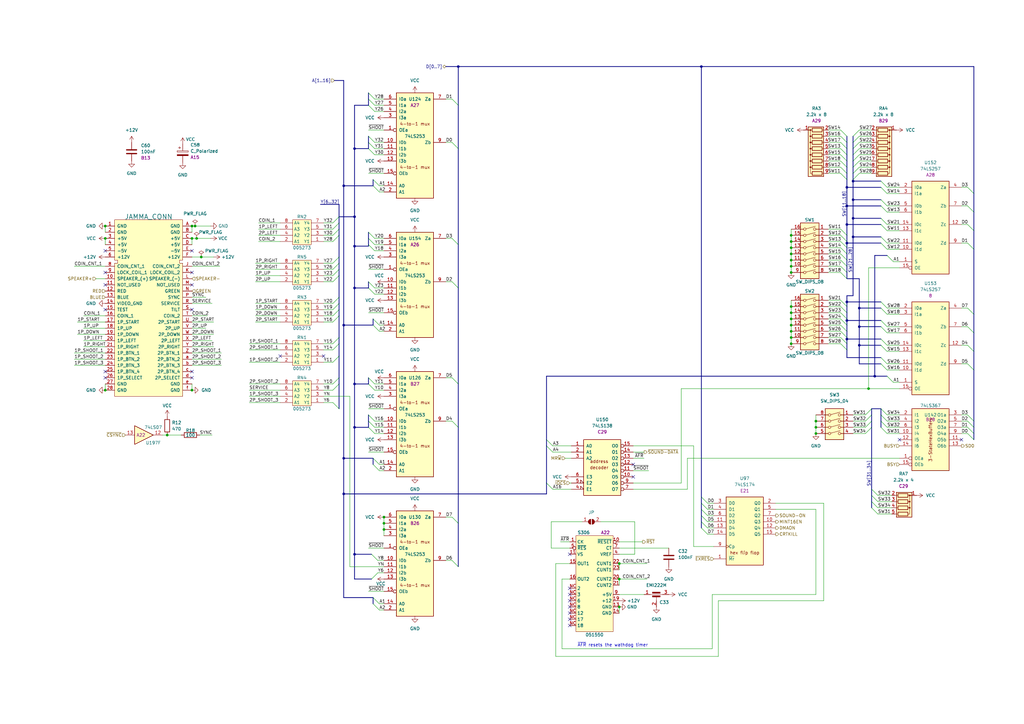
<source format=kicad_sch>
(kicad_sch (version 20231120) (generator "eeschema") (generator_version "8.0")
  (paper "A3")
  (title_block (title "The Final Round") (date "2023-09-11") (company "Konami GX870"))
  (junction (at 254 248.92))
  (junction (at 334.645 177.8))
  (junction (at 140.97 187.96))
  (junction (at 324.485 138.43))
  (junction (at 324.485 99.06))
  (junction (at 145.415 175.26))
  (junction (at 78.74 97.79))
  (junction (at 157.48 212.09))
  (junction (at 324.485 111.76))
  (junction (at 324.485 135.89))
  (junction (at 43.18 92.71))
  (junction (at 140.97 202.565))
  (junction (at 145.415 60.96))
  (junction (at 140.97 76.2))
  (junction (at 349.885 81.915))
  (junction (at 187.96 27.305))
  (junction (at 324.485 128.27))
  (junction (at 324.485 104.14))
  (junction (at 157.48 214.63))
  (junction (at 80.01 92.71))
  (junction (at 145.415 88.9))
  (junction (at 356.235 159.385))
  (junction (at 347.345 99.695))
  (junction (at 324.485 133.35))
  (junction (at 68.58 178.435))
  (junction (at 157.48 217.17))
  (junction (at 334.645 172.72))
  (junction (at 347.345 92.075))
  (junction (at 145.415 118.11))
  (junction (at 347.345 84.455))
  (junction (at 82.55 105.41))
  (junction (at 43.18 97.79))
  (junction (at 43.18 160.02))
  (junction (at 145.415 157.48))
  (junction (at 324.485 106.68))
  (junction (at 347.345 139.065))
  (junction (at 347.345 76.835))
  (junction (at 349.885 89.535))
  (junction (at 349.885 74.295))
  (junction (at 254 231.14))
  (junction (at 324.485 101.6))
  (junction (at 352.425 141.605))
  (junction (at 80.645 97.79))
  (junction (at 352.425 126.365))
  (junction (at 349.885 97.155))
  (junction (at 254 237.49))
  (junction (at 324.485 140.97))
  (junction (at 287.655 27.305))
  (junction (at 324.485 125.73))
  (junction (at 324.485 109.22))
  (junction (at 145.415 100.965))
  (junction (at 334.645 175.26))
  (junction (at 324.485 96.52))
  (junction (at 145.415 227.33))
  (junction (at 78.74 160.02))
  (junction (at 347.345 123.825))
  (junction (at 352.425 133.985))
  (junction (at 78.74 92.71))
  (junction (at 358.775 154.305))
  (junction (at 324.485 130.81))
  (junction (at 347.345 131.445))
  (junction (at 140.97 133.35))
  (no_connect (at 43.18 116.84))
  (no_connect (at 233.68 246.38))
  (no_connect (at 78.74 116.84))
  (no_connect (at 233.68 251.46))
  (no_connect (at 233.68 256.54))
  (no_connect (at 43.18 152.4))
  (no_connect (at 43.18 154.94))
  (no_connect (at 78.74 152.4))
  (no_connect (at 78.74 154.94))
  (no_connect (at 43.18 127))
  (no_connect (at 132.715 146.05))
  (no_connect (at 233.68 254))
  (no_connect (at 78.74 127))
  (no_connect (at 233.68 243.84))
  (no_connect (at 78.74 102.87))
  (no_connect (at 114.935 146.05))
  (no_connect (at 259.715 190.5))
  (no_connect (at 259.715 195.58))
  (no_connect (at 78.74 111.76))
  (no_connect (at 394.335 180.34))
  (no_connect (at 43.18 111.76))
  (no_connect (at 233.68 248.92))
  (no_connect (at 233.68 227.33))
  (no_connect (at 368.935 180.34))
  (no_connect (at 43.18 102.87))
  (no_connect (at 233.68 241.3))
  (bus_entry (at 153.035 76.2) (size 2.54 2.54))
  (bus_entry (at 344.805 123.19) (size 2.54 2.54))
  (bus_entry (at 287.655 211.455) (size 2.54 2.54))
  (bus_entry (at 344.805 138.43) (size 2.54 2.54))
  (bus_entry (at 361.315 99.695) (size 2.54 2.54))
  (bus_entry (at 361.315 172.72) (size 2.54 2.54))
  (bus_entry (at 396.875 149.225) (size 2.54 2.54))
  (bus_entry (at 344.805 140.97) (size 2.54 2.54))
  (bus_entry (at 151.13 40.64) (size 2.54 2.54))
  (bus_entry (at 344.805 99.06) (size 2.54 2.54))
  (bus_entry (at 361.315 141.605) (size 2.54 2.54))
  (bus_entry (at 344.805 135.89) (size 2.54 2.54))
  (bus_entry (at 344.805 93.98) (size 2.54 2.54))
  (bus_entry (at 396.875 177.8) (size 2.54 2.54))
  (bus_entry (at 224.155 198.12) (size 2.54 2.54))
  (bus_entry (at 344.805 104.14) (size 2.54 2.54))
  (bus_entry (at 139.065 157.48) (size -2.54 2.54))
  (bus_entry (at 151.13 170.18) (size 2.54 2.54))
  (bus_entry (at 139.065 107.95) (size -2.54 2.54))
  (bus_entry (at 357.505 203.2) (size 2.54 2.54))
  (bus_entry (at 361.315 81.915) (size 2.54 2.54))
  (bus_entry (at 361.315 84.455) (size 2.54 2.54))
  (bus_entry (at 361.315 76.835) (size 2.54 2.54))
  (bus_entry (at 153.035 133.35) (size 2.54 2.54))
  (bus_entry (at 139.065 93.98) (size -2.54 2.54))
  (bus_entry (at 344.805 71.12) (size 2.54 2.54))
  (bus_entry (at 139.065 91.44) (size -2.54 2.54))
  (bus_entry (at 361.315 123.825) (size 2.54 2.54))
  (bus_entry (at 344.805 101.6) (size 2.54 2.54))
  (bus_entry (at 349.885 68.58) (size 2.54 -2.54))
  (bus_entry (at 344.805 96.52) (size 2.54 2.54))
  (bus_entry (at 344.805 111.76) (size 2.54 2.54))
  (bus_entry (at 151.13 58.42) (size 2.54 2.54))
  (bus_entry (at 151.13 157.48) (size 2.54 2.54))
  (bus_entry (at 287.655 208.915) (size 2.54 2.54))
  (bus_entry (at 396.875 170.18) (size 2.54 2.54))
  (bus_entry (at 153.035 130.81) (size 2.54 2.54))
  (bus_entry (at 151.13 115.57) (size 2.54 2.54))
  (bus_entry (at 354.965 177.8) (size 2.54 -2.54))
  (bus_entry (at 349.885 58.42) (size 2.54 -2.54))
  (bus_entry (at 344.805 68.58) (size 2.54 2.54))
  (bus_entry (at 361.315 97.155) (size 2.54 2.54))
  (bus_entry (at 361.315 149.225) (size 2.54 2.54))
  (bus_entry (at 139.065 124.46) (size -2.54 2.54))
  (bus_entry (at 361.315 167.64) (size 2.54 2.54))
  (bus_entry (at 361.315 139.065) (size 2.54 2.54))
  (bus_entry (at 151.13 43.18) (size 2.54 2.54))
  (bus_entry (at 185.42 40.64) (size 2.54 2.54))
  (bus_entry (at 185.42 58.42) (size 2.54 2.54))
  (bus_entry (at 185.42 154.94) (size 2.54 2.54))
  (bus_entry (at 185.42 97.79) (size 2.54 2.54))
  (bus_entry (at 344.805 60.96) (size 2.54 2.54))
  (bus_entry (at 344.805 133.35) (size 2.54 2.54))
  (bus_entry (at 396.875 126.365) (size 2.54 2.54))
  (bus_entry (at 153.035 187.96) (size 2.54 2.54))
  (bus_entry (at 151.13 97.79) (size 2.54 2.54))
  (bus_entry (at 139.065 129.54) (size -2.54 2.54))
  (bus_entry (at 344.805 55.88) (size 2.54 2.54))
  (bus_entry (at 139.065 113.03) (size -2.54 2.54))
  (bus_entry (at 344.805 130.81) (size 2.54 2.54))
  (bus_entry (at 185.42 172.72) (size 2.54 2.54))
  (bus_entry (at 344.805 125.73) (size 2.54 2.54))
  (bus_entry (at 361.315 175.26) (size 2.54 2.54))
  (bus_entry (at 354.965 172.72) (size 2.54 -2.54))
  (bus_entry (at 361.315 74.295) (size 2.54 2.54))
  (bus_entry (at 357.505 208.28) (size 2.54 2.54))
  (bus_entry (at 349.885 66.04) (size 2.54 -2.54))
  (bus_entry (at 151.13 60.96) (size 2.54 2.54))
  (bus_entry (at 349.885 60.96) (size 2.54 -2.54))
  (bus_entry (at 224.155 182.88) (size 2.54 2.54))
  (bus_entry (at 361.315 131.445) (size 2.54 2.54))
  (bus_entry (at 396.875 175.26) (size 2.54 2.54))
  (bus_entry (at 349.885 71.12) (size 2.54 -2.54))
  (bus_entry (at 139.065 105.41) (size -2.54 2.54))
  (bus_entry (at 151.13 118.11) (size 2.54 2.54))
  (bus_entry (at 151.13 175.26) (size 2.54 2.54))
  (bus_entry (at 357.505 200.66) (size 2.54 2.54))
  (bus_entry (at 151.13 154.94) (size 2.54 2.54))
  (bus_entry (at 361.315 146.685) (size 2.54 2.54))
  (bus_entry (at 139.065 140.97) (size -2.54 2.54))
  (bus_entry (at 139.065 88.9) (size -2.54 2.54))
  (bus_entry (at 152.4 227.33) (size 2.54 2.54))
  (bus_entry (at 396.875 92.075) (size 2.54 2.54))
  (bus_entry (at 396.875 99.695) (size 2.54 2.54))
  (bus_entry (at 396.875 76.835) (size 2.54 2.54))
  (bus_entry (at 396.875 84.455) (size 2.54 2.54))
  (bus_entry (at 185.42 115.57) (size 2.54 2.54))
  (bus_entry (at 344.805 63.5) (size 2.54 2.54))
  (bus_entry (at 139.065 110.49) (size -2.54 2.54))
  (bus_entry (at 344.805 58.42) (size 2.54 2.54))
  (bus_entry (at 185.42 212.09) (size 2.54 2.54))
  (bus_entry (at 396.875 133.985) (size 2.54 2.54))
  (bus_entry (at 153.035 73.66) (size 2.54 2.54))
  (bus_entry (at 287.655 206.375) (size 2.54 2.54))
  (bus_entry (at 361.315 133.985) (size 2.54 2.54))
  (bus_entry (at 151.13 100.33) (size 2.54 2.54))
  (bus_entry (at 152.4 237.49) (size 2.54 -2.54))
  (bus_entry (at 139.065 127) (size -2.54 2.54))
  (bus_entry (at 354.965 175.26) (size 2.54 -2.54))
  (bus_entry (at 344.805 109.22) (size 2.54 2.54))
  (bus_entry (at 151.13 55.88) (size 2.54 2.54))
  (bus_entry (at 287.655 213.995) (size 2.54 2.54))
  (bus_entry (at 287.655 216.535) (size 2.54 2.54))
  (bus_entry (at 139.065 96.52) (size -2.54 2.54))
  (bus_entry (at 151.13 172.72) (size 2.54 2.54))
  (bus_entry (at 361.315 170.18) (size 2.54 2.54))
  (bus_entry (at 349.885 63.5) (size 2.54 -2.54))
  (bus_entry (at 139.065 121.92) (size -2.54 2.54))
  (bus_entry (at 151.13 38.1) (size 2.54 2.54))
  (bus_entry (at 396.875 172.72) (size 2.54 2.54))
  (bus_entry (at 139.065 154.94) (size -2.54 2.54))
  (bus_entry (at 344.805 128.27) (size 2.54 2.54))
  (bus_entry (at 354.965 170.18) (size 2.54 -2.54))
  (bus_entry (at 396.875 141.605) (size 2.54 2.54))
  (bus_entry (at 357.505 205.74) (size 2.54 2.54))
  (bus_entry (at 344.805 106.68) (size 2.54 2.54))
  (bus_entry (at 361.315 126.365) (size 2.54 2.54))
  (bus_entry (at 349.885 73.66) (size 2.54 -2.54))
  (bus_entry (at 153.035 190.5) (size 2.54 2.54))
  (bus_entry (at 344.805 66.04) (size 2.54 2.54))
  (bus_entry (at 153.035 245.11) (size 2.54 2.54))
  (bus_entry (at 153.035 247.65) (size 2.54 2.54))
  (bus_entry (at 349.885 55.88) (size 2.54 -2.54))
  (bus_entry (at 344.805 53.34) (size 2.54 2.54))
  (bus_entry (at 185.42 229.87) (size 2.54 2.54))
  (bus_entry (at 139.065 167.64) (size -2.54 -2.54))
  (bus_entry (at 287.655 203.835) (size 2.54 2.54))
  (bus_entry (at 224.155 180.34) (size 2.54 2.54))
  (bus_entry (at 139.065 146.05) (size -2.54 2.54))
  (bus_entry (at 151.13 95.25) (size 2.54 2.54))
  (bus_entry (at 139.065 138.43) (size -2.54 2.54))
  (bus_entry (at 363.855 104.775) (size 2.54 2.54))
  (bus_entry (at 363.855 154.305) (size 2.54 2.54))
  (bus_entry (at 361.315 92.075) (size 2.54 2.54))
  (bus_entry (at 361.315 89.535) (size 2.54 2.54))
  (bus (pts (xy 187.96 214.63) (xy 187.96 175.26)))
  (wire (pts (xy 153.67 97.79) (xy 157.48 97.79)))
  (bus (pts (xy 153.035 190.5) (xy 153.035 187.96)))
  (wire (pts (xy 226.695 200.66) (xy 234.315 200.66)))
  (wire (pts (xy 230.505 237.49) (xy 233.68 237.49)))
  (wire (pts (xy 360.045 205.74) (xy 365.76 205.74)))
  (wire (pts (xy 281.94 187.96) (xy 368.935 187.96)))
  (wire (pts (xy 143.51 232.41) (xy 157.48 232.41)))
  (wire (pts (xy 260.35 227.33) (xy 260.35 213.995)))
  (bus (pts (xy 347.345 121.285) (xy 349.885 121.285)))
  (bus (pts (xy 137.16 33.02) (xy 140.97 33.02)))
  (wire (pts (xy 324.485 133.35) (xy 324.485 135.89)))
  (bus (pts (xy 145.415 157.48) (xy 145.415 175.26)))
  (wire (pts (xy 132.715 157.48) (xy 136.525 157.48)))
  (bus (pts (xy 139.065 138.43) (xy 139.065 140.97)))
  (wire (pts (xy 368.935 109.855) (xy 356.235 109.855)))
  (wire (pts (xy 153.67 63.5) (xy 157.48 63.5)))
  (wire (pts (xy 34.29 129.54) (xy 43.18 129.54)))
  (bus (pts (xy 349.885 55.88) (xy 349.885 58.42)))
  (bus (pts (xy 153.035 247.65) (xy 153.035 245.11)))
  (bus (pts (xy 224.155 180.34) (xy 224.155 154.305)))
  (wire (pts (xy 227.965 269.24) (xy 294.64 269.24)))
  (bus (pts (xy 187.96 100.33) (xy 187.96 60.96)))
  (bus (pts (xy 153.035 245.11) (xy 140.97 245.11)))
  (bus (pts (xy 140.97 133.35) (xy 140.97 76.2)))
  (wire (pts (xy 290.195 219.075) (xy 292.735 219.075)))
  (bus (pts (xy 139.065 157.48) (xy 139.065 167.64)))
  (wire (pts (xy 352.425 55.88) (xy 357.505 55.88)))
  (wire (pts (xy 66.675 178.435) (xy 68.58 178.435)))
  (wire (pts (xy 294.64 269.24) (xy 294.64 246.38)))
  (bus (pts (xy 357.505 205.74) (xy 357.505 208.28)))
  (bus (pts (xy 357.505 172.72) (xy 357.505 170.18)))
  (bus (pts (xy 139.065 129.54) (xy 139.065 138.43)))
  (bus (pts (xy 140.97 133.35) (xy 153.035 133.35)))
  (wire (pts (xy 155.575 133.35) (xy 157.48 133.35)))
  (wire (pts (xy 132.715 110.49) (xy 136.525 110.49)))
  (wire (pts (xy 227.965 231.14) (xy 233.68 231.14)))
  (bus (pts (xy 187.96 232.41) (xy 187.96 214.63)))
  (bus (pts (xy 151.13 60.96) (xy 145.415 60.96)))
  (bus (pts (xy 399.415 172.72) (xy 399.415 151.765)))
  (wire (pts (xy 132.715 107.95) (xy 136.525 107.95)))
  (bus (pts (xy 139.065 91.44) (xy 139.065 93.98)))
  (wire (pts (xy 284.48 224.155) (xy 292.735 224.155)))
  (wire (pts (xy 151.13 185.42) (xy 157.48 185.42)))
  (bus (pts (xy 349.885 89.535) (xy 361.315 89.535)))
  (wire (pts (xy 132.715 96.52) (xy 136.525 96.52)))
  (wire (pts (xy 151.13 71.12) (xy 157.48 71.12)))
  (wire (pts (xy 78.74 132.08) (xy 87.63 132.08)))
  (wire (pts (xy 104.775 124.46) (xy 114.935 124.46)))
  (wire (pts (xy 360.045 210.82) (xy 365.76 210.82)))
  (bus (pts (xy 352.425 114.3) (xy 352.425 126.365)))
  (wire (pts (xy 132.715 162.56) (xy 143.51 162.56)))
  (bus (pts (xy 287.655 203.835) (xy 287.655 206.375)))
  (wire (pts (xy 81.915 178.435) (xy 86.995 178.435)))
  (bus (pts (xy 399.415 27.305) (xy 399.415 79.375)))
  (wire (pts (xy 259.715 200.66) (xy 281.94 200.66)))
  (wire (pts (xy 182.88 212.09) (xy 185.42 212.09)))
  (wire (pts (xy 254 248.92) (xy 254 251.46)))
  (wire (pts (xy 30.48 149.86) (xy 43.18 149.86)))
  (bus (pts (xy 349.885 63.5) (xy 349.885 66.04)))
  (wire (pts (xy 153.67 160.02) (xy 157.48 160.02)))
  (bus (pts (xy 349.885 97.155) (xy 361.315 97.155)))
  (wire (pts (xy 226.06 224.79) (xy 233.68 224.79)))
  (bus (pts (xy 361.315 170.18) (xy 361.315 172.72)))
  (bus (pts (xy 139.065 127) (xy 139.065 129.54)))
  (wire (pts (xy 254 224.79) (xy 274.32 224.79)))
  (wire (pts (xy 104.775 129.54) (xy 114.935 129.54)))
  (wire (pts (xy 360.045 203.2) (xy 365.76 203.2)))
  (wire (pts (xy 337.82 206.375) (xy 337.82 246.38)))
  (wire (pts (xy 157.48 214.63) (xy 157.48 217.17)))
  (bus (pts (xy 140.97 76.2) (xy 153.035 76.2)))
  (wire (pts (xy 151.13 128.27) (xy 157.48 128.27)))
  (bus (pts (xy 349.885 71.12) (xy 349.885 73.66)))
  (wire (pts (xy 363.855 84.455) (xy 368.935 84.455)))
  (wire (pts (xy 102.235 162.56) (xy 114.935 162.56)))
  (bus (pts (xy 347.345 68.58) (xy 347.345 71.12)))
  (bus (pts (xy 347.345 123.825) (xy 361.315 123.825)))
  (bus (pts (xy 352.425 126.365) (xy 352.425 133.985)))
  (wire (pts (xy 356.235 109.855) (xy 356.235 159.385)))
  (bus (pts (xy 347.345 99.695) (xy 347.345 101.6)))
  (bus (pts (xy 347.345 125.73) (xy 347.345 123.825)))
  (wire (pts (xy 259.715 193.04) (xy 266.065 193.04)))
  (wire (pts (xy 339.725 135.89) (xy 344.805 135.89)))
  (wire (pts (xy 143.51 232.41) (xy 143.51 162.56)))
  (bus (pts (xy 357.505 175.26) (xy 357.505 200.66)))
  (bus (pts (xy 347.345 92.075) (xy 347.345 96.52)))
  (wire (pts (xy 102.235 143.51) (xy 114.935 143.51)))
  (wire (pts (xy 352.425 71.12) (xy 357.505 71.12)))
  (wire (pts (xy 344.805 66.04) (xy 339.725 66.04)))
  (wire (pts (xy 339.725 140.97) (xy 344.805 140.97)))
  (bus (pts (xy 347.345 138.43) (xy 347.345 135.89)))
  (bus (pts (xy 357.505 170.18) (xy 357.505 167.64)))
  (wire (pts (xy 290.195 211.455) (xy 292.735 211.455)))
  (wire (pts (xy 324.485 99.06) (xy 324.485 101.6)))
  (wire (pts (xy 363.855 102.235) (xy 368.935 102.235)))
  (wire (pts (xy 106.045 99.06) (xy 114.935 99.06)))
  (wire (pts (xy 78.74 144.78) (xy 90.805 144.78)))
  (bus (pts (xy 153.035 187.96) (xy 140.97 187.96)))
  (wire (pts (xy 349.885 175.26) (xy 354.965 175.26)))
  (wire (pts (xy 226.06 213.995) (xy 238.76 213.995)))
  (bus (pts (xy 399.415 136.525) (xy 399.415 128.905)))
  (bus (pts (xy 399.415 144.145) (xy 399.415 136.525)))
  (wire (pts (xy 339.725 125.73) (xy 344.805 125.73)))
  (bus (pts (xy 140.97 76.2) (xy 140.97 33.02)))
  (wire (pts (xy 324.485 101.6) (xy 324.485 104.14)))
  (wire (pts (xy 153.67 175.26) (xy 157.48 175.26)))
  (bus (pts (xy 352.425 149.225) (xy 361.315 149.225)))
  (wire (pts (xy 153.67 177.8) (xy 157.48 177.8)))
  (bus (pts (xy 347.345 130.81) (xy 347.345 128.27)))
  (bus (pts (xy 347.345 92.075) (xy 361.315 92.075)))
  (bus (pts (xy 352.425 133.985) (xy 352.425 141.605)))
  (wire (pts (xy 78.74 157.48) (xy 78.74 160.02)))
  (wire (pts (xy 363.855 86.995) (xy 368.935 86.995)))
  (bus (pts (xy 187.96 60.96) (xy 187.96 43.18)))
  (bus (pts (xy 151.13 100.965) (xy 145.415 100.965)))
  (wire (pts (xy 290.195 208.915) (xy 292.735 208.915)))
  (wire (pts (xy 230.505 266.065) (xy 292.1 266.065)))
  (wire (pts (xy 363.855 126.365) (xy 368.935 126.365)))
  (wire (pts (xy 344.805 109.22) (xy 339.725 109.22)))
  (wire (pts (xy 102.235 160.02) (xy 114.935 160.02)))
  (wire (pts (xy 339.725 128.27) (xy 344.805 128.27)))
  (wire (pts (xy 279.4 159.385) (xy 356.235 159.385)))
  (wire (pts (xy 153.67 58.42) (xy 157.48 58.42)))
  (bus (pts (xy 347.345 58.42) (xy 347.345 60.96)))
  (bus (pts (xy 347.345 131.445) (xy 361.315 131.445)))
  (wire (pts (xy 43.18 92.71) (xy 43.18 95.25)))
  (wire (pts (xy 363.855 79.375) (xy 368.935 79.375)))
  (wire (pts (xy 155.575 190.5) (xy 157.48 190.5)))
  (wire (pts (xy 154.94 229.87) (xy 157.48 229.87)))
  (wire (pts (xy 394.335 141.605) (xy 396.875 141.605)))
  (bus (pts (xy 139.065 110.49) (xy 139.065 113.03)))
  (wire (pts (xy 151.13 242.57) (xy 157.48 242.57)))
  (wire (pts (xy 394.335 84.455) (xy 396.875 84.455)))
  (wire (pts (xy 78.74 137.16) (xy 87.63 137.16)))
  (wire (pts (xy 78.74 134.62) (xy 84.455 134.62)))
  (wire (pts (xy 132.715 140.97) (xy 136.525 140.97)))
  (bus (pts (xy 347.345 135.89) (xy 347.345 133.35)))
  (bus (pts (xy 139.065 105.41) (xy 139.065 107.95)))
  (bus (pts (xy 347.345 99.06) (xy 347.345 99.695)))
  (wire (pts (xy 230.505 266.065) (xy 230.505 237.49)))
  (wire (pts (xy 154.94 234.95) (xy 157.48 234.95)))
  (bus (pts (xy 139.065 88.9) (xy 145.415 88.9)))
  (wire (pts (xy 233.68 198.12) (xy 234.315 198.12)))
  (wire (pts (xy 151.13 224.79) (xy 157.48 224.79)))
  (bus (pts (xy 349.885 68.58) (xy 349.885 71.12)))
  (bus (pts (xy 287.655 27.305) (xy 287.655 203.835)))
  (bus (pts (xy 352.425 141.605) (xy 361.315 141.605)))
  (wire (pts (xy 344.805 104.14) (xy 339.725 104.14)))
  (wire (pts (xy 80.01 92.71) (xy 86.36 92.71)))
  (bus (pts (xy 140.97 245.11) (xy 140.97 202.565)))
  (wire (pts (xy 254 243.84) (xy 264.16 243.84)))
  (wire (pts (xy 102.235 165.1) (xy 114.935 165.1)))
  (wire (pts (xy 334.645 208.915) (xy 334.645 243.84)))
  (bus (pts (xy 151.13 55.88) (xy 151.13 58.42)))
  (wire (pts (xy 30.48 109.22) (xy 43.18 109.22)))
  (wire (pts (xy 394.335 172.72) (xy 396.875 172.72)))
  (bus (pts (xy 287.655 208.915) (xy 287.655 211.455)))
  (wire (pts (xy 366.395 107.315) (xy 368.935 107.315)))
  (bus (pts (xy 139.065 140.97) (xy 139.065 146.05)))
  (bus (pts (xy 140.97 202.565) (xy 224.155 202.565)))
  (wire (pts (xy 363.855 128.905) (xy 368.935 128.905)))
  (wire (pts (xy 78.74 129.54) (xy 85.09 129.54)))
  (wire (pts (xy 352.425 66.04) (xy 357.505 66.04)))
  (bus (pts (xy 347.345 60.96) (xy 347.345 63.5)))
  (wire (pts (xy 279.4 198.12) (xy 279.4 159.385)))
  (wire (pts (xy 132.715 93.98) (xy 136.525 93.98)))
  (bus (pts (xy 145.415 175.26) (xy 145.415 227.33)))
  (wire (pts (xy 43.18 97.79) (xy 43.18 100.33)))
  (wire (pts (xy 366.395 156.845) (xy 368.935 156.845)))
  (wire (pts (xy 132.715 113.03) (xy 136.525 113.03)))
  (wire (pts (xy 344.805 63.5) (xy 339.725 63.5)))
  (wire (pts (xy 106.045 96.52) (xy 114.935 96.52)))
  (bus (pts (xy 399.415 151.765) (xy 399.415 144.145)))
  (wire (pts (xy 394.335 99.695) (xy 396.875 99.695)))
  (bus (pts (xy 347.345 143.51) (xy 347.345 140.97)))
  (wire (pts (xy 182.88 229.87) (xy 185.42 229.87)))
  (wire (pts (xy 78.74 92.71) (xy 80.01 92.71)))
  (wire (pts (xy 363.855 76.835) (xy 368.935 76.835)))
  (bus (pts (xy 349.885 60.96) (xy 349.885 63.5)))
  (bus (pts (xy 347.345 140.97) (xy 347.345 139.065)))
  (bus (pts (xy 151.13 172.72) (xy 151.13 175.26)))
  (wire (pts (xy 324.485 104.14) (xy 324.485 106.68)))
  (wire (pts (xy 102.235 157.48) (xy 114.935 157.48)))
  (wire (pts (xy 68.58 178.435) (xy 74.295 178.435)))
  (wire (pts (xy 78.74 97.79) (xy 80.645 97.79)))
  (bus (pts (xy 349.885 89.535) (xy 349.885 97.155)))
  (wire (pts (xy 82.55 105.41) (xy 87.63 105.41)))
  (bus (pts (xy 140.97 187.96) (xy 140.97 133.35)))
  (wire (pts (xy 363.855 170.18) (xy 368.935 170.18)))
  (wire (pts (xy 155.575 247.65) (xy 157.48 247.65)))
  (bus (pts (xy 151.13 95.25) (xy 151.13 97.79)))
  (wire (pts (xy 394.335 175.26) (xy 396.875 175.26)))
  (wire (pts (xy 78.74 109.22) (xy 90.17 109.22)))
  (bus (pts (xy 357.505 175.26) (xy 357.505 172.72)))
  (wire (pts (xy 229.87 222.25) (xy 233.68 222.25)))
  (wire (pts (xy 363.855 99.695) (xy 368.935 99.695)))
  (wire (pts (xy 394.335 149.225) (xy 396.875 149.225)))
  (wire (pts (xy 106.045 93.98) (xy 114.935 93.98)))
  (wire (pts (xy 78.74 97.79) (xy 78.74 100.33)))
  (wire (pts (xy 132.715 165.1) (xy 136.525 165.1)))
  (wire (pts (xy 352.425 63.5) (xy 357.505 63.5)))
  (bus (pts (xy 352.425 141.605) (xy 352.425 149.225)))
  (wire (pts (xy 132.715 132.08) (xy 136.525 132.08)))
  (bus (pts (xy 349.885 81.915) (xy 349.885 89.535)))
  (wire (pts (xy 182.88 115.57) (xy 185.42 115.57)))
  (wire (pts (xy 78.74 149.86) (xy 90.805 149.86)))
  (wire (pts (xy 324.485 125.73) (xy 324.485 128.27)))
  (wire (pts (xy 394.335 126.365) (xy 396.875 126.365)))
  (wire (pts (xy 352.425 68.58) (xy 357.505 68.58)))
  (bus (pts (xy 347.345 76.835) (xy 347.345 84.455)))
  (bus (pts (xy 151.13 175.26) (xy 145.415 175.26)))
  (bus (pts (xy 347.345 104.14) (xy 347.345 106.68)))
  (wire (pts (xy 31.75 137.16) (xy 43.18 137.16)))
  (wire (pts (xy 334.645 172.72) (xy 334.645 175.26)))
  (bus (pts (xy 361.315 167.64) (xy 361.315 170.18)))
  (wire (pts (xy 281.94 200.66) (xy 281.94 187.96)))
  (bus (pts (xy 399.415 94.615) (xy 399.415 86.995)))
  (wire (pts (xy 151.13 53.34) (xy 157.48 53.34)))
  (wire (pts (xy 339.725 138.43) (xy 344.805 138.43)))
  (bus (pts (xy 349.885 97.155) (xy 349.885 121.285)))
  (bus (pts (xy 349.885 73.66) (xy 349.885 74.295)))
  (wire (pts (xy 34.29 142.24) (xy 43.18 142.24)))
  (wire (pts (xy 226.06 213.995) (xy 226.06 224.79)))
  (wire (pts (xy 394.335 177.8) (xy 396.875 177.8)))
  (bus (pts (xy 347.345 55.88) (xy 347.345 58.42)))
  (wire (pts (xy 363.855 94.615) (xy 368.935 94.615)))
  (wire (pts (xy 363.855 151.765) (xy 368.935 151.765)))
  (wire (pts (xy 182.88 97.79) (xy 185.42 97.79)))
  (wire (pts (xy 363.855 175.26) (xy 368.935 175.26)))
  (wire (pts (xy 254 231.14) (xy 265.43 231.14)))
  (wire (pts (xy 344.805 101.6) (xy 339.725 101.6)))
  (bus (pts (xy 145.415 100.965) (xy 145.415 118.11)))
  (wire (pts (xy 226.695 182.88) (xy 234.315 182.88)))
  (bus (pts (xy 153.035 130.81) (xy 153.035 133.35)))
  (wire (pts (xy 363.855 149.225) (xy 368.935 149.225)))
  (bus (pts (xy 139.065 93.98) (xy 139.065 96.52)))
  (wire (pts (xy 155.575 78.74) (xy 157.48 78.74)))
  (bus (pts (xy 224.155 202.565) (xy 224.155 198.12)))
  (wire (pts (xy 363.855 92.075) (xy 368.935 92.075)))
  (bus (pts (xy 347.345 133.35) (xy 347.345 131.445)))
  (wire (pts (xy 254 231.14) (xy 254 233.68)))
  (bus (pts (xy 140.97 187.96) (xy 140.97 202.565)))
  (wire (pts (xy 344.805 58.42) (xy 339.725 58.42)))
  (bus (pts (xy 187.96 27.305) (xy 287.655 27.305)))
  (wire (pts (xy 318.135 208.915) (xy 334.645 208.915)))
  (wire (pts (xy 104.775 107.95) (xy 114.935 107.95)))
  (bus (pts (xy 349.885 58.42) (xy 349.885 60.96)))
  (wire (pts (xy 155.575 76.2) (xy 157.48 76.2)))
  (wire (pts (xy 151.13 110.49) (xy 157.48 110.49)))
  (bus (pts (xy 347.345 99.695) (xy 361.315 99.695)))
  (wire (pts (xy 290.195 216.535) (xy 292.735 216.535)))
  (wire (pts (xy 339.725 123.19) (xy 344.805 123.19)))
  (wire (pts (xy 104.775 127) (xy 114.935 127)))
  (wire (pts (xy 153.67 60.96) (xy 157.48 60.96)))
  (bus (pts (xy 347.345 101.6) (xy 347.345 104.14)))
  (wire (pts (xy 246.38 213.995) (xy 260.35 213.995)))
  (wire (pts (xy 182.88 172.72) (xy 185.42 172.72)))
  (wire (pts (xy 78.74 105.41) (xy 82.55 105.41)))
  (wire (pts (xy 227.965 231.14) (xy 227.965 269.24)))
  (bus (pts (xy 399.415 177.8) (xy 399.415 175.26)))
  (bus (pts (xy 151.13 157.48) (xy 145.415 157.48)))
  (wire (pts (xy 226.695 185.42) (xy 234.315 185.42)))
  (wire (pts (xy 324.485 106.68) (xy 324.485 109.22)))
  (wire (pts (xy 182.88 58.42) (xy 185.42 58.42)))
  (wire (pts (xy 363.855 144.145) (xy 368.935 144.145)))
  (wire (pts (xy 344.805 53.34) (xy 339.725 53.34)))
  (bus (pts (xy 358.775 104.775) (xy 358.775 154.305)))
  (wire (pts (xy 102.235 140.97) (xy 114.935 140.97)))
  (wire (pts (xy 318.135 206.375) (xy 337.82 206.375)))
  (bus (pts (xy 361.315 146.685) (xy 347.345 146.685)))
  (wire (pts (xy 356.235 159.385) (xy 368.935 159.385)))
  (bus (pts (xy 347.345 76.835) (xy 361.315 76.835)))
  (bus (pts (xy 357.505 167.64) (xy 361.315 167.64)))
  (wire (pts (xy 334.645 170.18) (xy 334.645 172.72)))
  (wire (pts (xy 78.74 147.32) (xy 90.805 147.32)))
  (bus (pts (xy 151.13 43.18) (xy 145.415 43.18)))
  (wire (pts (xy 34.29 139.7) (xy 43.18 139.7)))
  (wire (pts (xy 157.48 212.09) (xy 157.48 214.63)))
  (bus (pts (xy 145.415 237.49) (xy 145.415 227.33)))
  (wire (pts (xy 39.37 114.3) (xy 43.18 114.3)))
  (wire (pts (xy 153.67 100.33) (xy 157.48 100.33)))
  (bus (pts (xy 347.345 96.52) (xy 347.345 99.06)))
  (wire (pts (xy 153.67 120.65) (xy 157.48 120.65)))
  (wire (pts (xy 344.805 68.58) (xy 339.725 68.58)))
  (bus (pts (xy 347.345 84.455) (xy 361.315 84.455)))
  (wire (pts (xy 153.67 102.87) (xy 157.48 102.87)))
  (wire (pts (xy 78.74 92.71) (xy 78.74 95.25)))
  (wire (pts (xy 294.64 246.38) (xy 337.82 246.38)))
  (wire (pts (xy 259.715 182.88) (xy 284.48 182.88)))
  (bus (pts (xy 363.855 104.775) (xy 358.775 104.775)))
  (wire (pts (xy 153.67 40.64) (xy 157.48 40.64)))
  (bus (pts (xy 347.345 128.27) (xy 347.345 125.73)))
  (bus (pts (xy 187.96 43.18) (xy 187.96 27.305)))
  (bus (pts (xy 151.13 40.64) (xy 151.13 43.18)))
  (wire (pts (xy 394.335 170.18) (xy 396.875 170.18)))
  (bus (pts (xy 145.415 60.96) (xy 145.415 88.9)))
  (bus (pts (xy 347.345 63.5) (xy 347.345 66.04)))
  (bus (pts (xy 187.96 118.11) (xy 187.96 100.33)))
  (bus (pts (xy 399.415 180.34) (xy 399.415 177.8)))
  (wire (pts (xy 363.855 133.985) (xy 368.935 133.985)))
  (bus (pts (xy 352.425 133.985) (xy 361.315 133.985)))
  (wire (pts (xy 132.715 124.46) (xy 136.525 124.46)))
  (bus (pts (xy 347.345 73.66) (xy 347.345 76.835)))
  (bus (pts (xy 399.415 102.235) (xy 399.415 94.615)))
  (wire (pts (xy 106.045 91.44) (xy 114.935 91.44)))
  (bus (pts (xy 187.96 175.26) (xy 187.96 157.48)))
  (bus (pts (xy 151.13 170.18) (xy 151.13 172.72)))
  (bus (pts (xy 361.315 172.72) (xy 361.315 175.26)))
  (wire (pts (xy 363.855 172.72) (xy 368.935 172.72)))
  (bus (pts (xy 224.155 154.305) (xy 358.775 154.305)))
  (wire (pts (xy 344.805 71.12) (xy 339.725 71.12)))
  (wire (pts (xy 349.885 170.18) (xy 354.965 170.18)))
  (wire (pts (xy 344.805 55.88) (xy 339.725 55.88)))
  (wire (pts (xy 394.335 133.985) (xy 396.875 133.985)))
  (wire (pts (xy 344.805 93.98) (xy 339.725 93.98)))
  (bus (pts (xy 347.345 84.455) (xy 347.345 92.075)))
  (wire (pts (xy 78.74 121.92) (xy 84.455 121.92)))
  (wire (pts (xy 290.195 213.995) (xy 292.735 213.995)))
  (bus (pts (xy 347.345 111.76) (xy 347.345 114.3)))
  (wire (pts (xy 78.74 139.7) (xy 86.995 139.7)))
  (wire (pts (xy 344.805 111.76) (xy 339.725 111.76)))
  (bus (pts (xy 287.655 27.305) (xy 399.415 27.305)))
  (wire (pts (xy 31.75 132.08) (xy 43.18 132.08)))
  (bus (pts (xy 347.345 139.065) (xy 361.315 139.065)))
  (bus (pts (xy 399.415 86.995) (xy 399.415 79.375)))
  (wire (pts (xy 182.88 154.94) (xy 185.42 154.94)))
  (wire (pts (xy 155.575 135.89) (xy 157.48 135.89)))
  (wire (pts (xy 30.48 147.32) (xy 43.18 147.32)))
  (wire (pts (xy 292.1 243.84) (xy 334.645 243.84)))
  (bus (pts (xy 187.96 157.48) (xy 187.96 118.11)))
  (wire (pts (xy 344.805 106.68) (xy 339.725 106.68)))
  (wire (pts (xy 324.485 109.22) (xy 324.485 111.76)))
  (wire (pts (xy 104.775 110.49) (xy 114.935 110.49)))
  (bus (pts (xy 151.13 97.79) (xy 151.13 100.33)))
  (wire (pts (xy 324.485 138.43) (xy 324.485 140.97)))
  (bus (pts (xy 139.065 88.9) (xy 139.065 91.44)))
  (wire (pts (xy 363.855 177.8) (xy 368.935 177.8)))
  (wire (pts (xy 43.18 157.48) (xy 43.18 160.02)))
  (wire (pts (xy 339.725 130.81) (xy 344.805 130.81)))
  (wire (pts (xy 352.425 58.42) (xy 357.505 58.42)))
  (bus (pts (xy 347.345 114.3) (xy 352.425 114.3)))
  (wire (pts (xy 157.48 217.17) (xy 157.48 219.71)))
  (bus (pts (xy 357.505 203.2) (xy 357.505 205.74)))
  (wire (pts (xy 231.775 187.96) (xy 234.315 187.96)))
  (wire (pts (xy 78.74 142.24) (xy 87.63 142.24)))
  (wire (pts (xy 324.485 128.27) (xy 324.485 130.81)))
  (wire (pts (xy 132.715 91.44) (xy 136.525 91.44)))
  (wire (pts (xy 339.725 133.35) (xy 344.805 133.35)))
  (wire (pts (xy 363.855 141.605) (xy 368.935 141.605)))
  (wire (pts (xy 132.715 143.51) (xy 136.525 143.51)))
  (bus (pts (xy 347.345 66.04) (xy 347.345 68.58)))
  (wire (pts (xy 324.485 123.19) (xy 324.485 125.73)))
  (bus (pts (xy 347.345 146.685) (xy 347.345 143.51)))
  (bus (pts (xy 145.415 88.9) (xy 145.415 100.965)))
  (wire (pts (xy 132.715 148.59) (xy 136.525 148.59)))
  (wire (pts (xy 132.715 115.57) (xy 136.525 115.57)))
  (bus (pts (xy 287.655 206.375) (xy 287.655 208.915)))
  (bus (pts (xy 151.13 118.11) (xy 145.415 118.11)))
  (wire (pts (xy 151.13 167.64) (xy 157.48 167.64)))
  (bus (pts (xy 287.655 213.995) (xy 287.655 216.535)))
  (wire (pts (xy 334.645 175.26) (xy 334.645 177.8)))
  (wire (pts (xy 153.67 157.48) (xy 157.48 157.48)))
  (bus (pts (xy 153.035 73.66) (xy 153.035 76.2)))
  (bus (pts (xy 287.655 211.455) (xy 287.655 213.995)))
  (wire (pts (xy 344.805 60.96) (xy 339.725 60.96)))
  (bus (pts (xy 224.155 180.34) (xy 224.155 182.88)))
  (wire (pts (xy 155.575 250.19) (xy 157.48 250.19)))
  (wire (pts (xy 153.67 118.11) (xy 157.48 118.11)))
  (wire (pts (xy 290.195 206.375) (xy 292.735 206.375)))
  (bus (pts (xy 151.13 154.94) (xy 151.13 157.48)))
  (bus (pts (xy 347.345 131.445) (xy 347.345 130.81)))
  (bus (pts (xy 347.345 123.825) (xy 347.345 121.285)))
  (wire (pts (xy 264.16 185.42) (xy 259.715 185.42)))
  (wire (pts (xy 132.715 129.54) (xy 136.525 129.54)))
  (bus (pts (xy 347.345 109.22) (xy 347.345 111.76)))
  (wire (pts (xy 254 237.49) (xy 254 240.03)))
  (wire (pts (xy 104.775 115.57) (xy 114.935 115.57)))
  (bus (pts (xy 139.065 107.95) (xy 139.065 110.49)))
  (bus (pts (xy 152.4 237.49) (xy 145.415 237.49)))
  (bus (pts (xy 139.065 146.05) (xy 139.065 154.94)))
  (wire (pts (xy 360.045 208.28) (xy 365.76 208.28)))
  (wire (pts (xy 284.48 182.88) (xy 284.48 224.155)))
  (bus (pts (xy 139.065 96.52) (xy 139.065 105.41)))
  (bus (pts (xy 361.315 126.365) (xy 352.425 126.365)))
  (wire (pts (xy 153.67 43.18) (xy 157.48 43.18)))
  (wire (pts (xy 352.425 60.96) (xy 357.505 60.96)))
  (bus (pts (xy 139.065 121.92) (xy 139.065 124.46)))
  (wire (pts (xy 78.74 124.46) (xy 86.995 124.46)))
  (bus (pts (xy 139.065 113.03) (xy 139.065 121.92)))
  (wire (pts (xy 155.575 193.04) (xy 157.48 193.04)))
  (bus (pts (xy 131.445 83.82) (xy 139.065 83.82)))
  (bus (pts (xy 145.415 43.18) (xy 145.415 60.96)))
  (bus (pts (xy 182.88 27.305) (xy 187.96 27.305)))
  (wire (pts (xy 349.885 177.8) (xy 354.965 177.8)))
  (bus (pts (xy 399.415 175.26) (xy 399.415 172.72)))
  (bus (pts (xy 145.415 118.11) (xy 145.415 157.48)))
  (wire (pts (xy 132.715 99.06) (xy 136.525 99.06)))
  (bus (pts (xy 399.415 128.905) (xy 399.415 102.235)))
  (wire (pts (xy 344.805 96.52) (xy 339.725 96.52)))
  (wire (pts (xy 153.67 172.72) (xy 157.48 172.72)))
  (wire (pts (xy 254 237.49) (xy 265.43 237.49)))
  (bus (pts (xy 139.065 88.9) (xy 139.065 83.82)))
  (bus (pts (xy 151.13 100.33) (xy 151.13 100.965)))
  (bus (pts (xy 349.885 74.295) (xy 361.315 74.295)))
  (wire (pts (xy 132.715 160.02) (xy 136.525 160.02)))
  (wire (pts (xy 102.235 148.59) (xy 114.935 148.59)))
  (wire (pts (xy 34.29 134.62) (xy 43.18 134.62)))
  (bus (pts (xy 349.885 74.295) (xy 349.885 81.915)))
  (bus (pts (xy 139.065 124.46) (xy 139.065 127)))
  (bus (pts (xy 347.345 106.68) (xy 347.345 109.22)))
  (bus (pts (xy 224.155 182.88) (xy 224.155 198.12)))
  (bus (pts (xy 349.885 66.04) (xy 349.885 68.58)))
  (bus (pts (xy 151.13 38.1) (xy 151.13 40.64)))
  (wire (pts (xy 324.485 96.52) (xy 324.485 99.06)))
  (wire (pts (xy 259.715 187.96) (xy 264.16 187.96)))
  (wire (pts (xy 324.485 93.98) (xy 324.485 96.52)))
  (wire (pts (xy 30.48 144.78) (xy 43.18 144.78)))
  (wire (pts (xy 263.525 222.25) (xy 254 222.25)))
  (wire (pts (xy 104.775 113.03) (xy 114.935 113.03)))
  (wire (pts (xy 254 227.33) (xy 260.35 227.33)))
  (wire (pts (xy 80.645 97.79) (xy 86.36 97.79)))
  (wire (pts (xy 352.425 53.34) (xy 357.505 53.34)))
  (wire (pts (xy 349.885 172.72) (xy 354.965 172.72)))
  (wire (pts (xy 104.775 132.08) (xy 114.935 132.08)))
  (bus (pts (xy 139.065 154.94) (xy 139.065 157.48)))
  (wire (pts (xy 324.485 135.89) (xy 324.485 138.43)))
  (wire (pts (xy 394.335 76.835) (xy 396.875 76.835)))
  (bus (pts (xy 347.345 139.065) (xy 347.345 138.43)))
  (bus (pts (xy 357.505 200.66) (xy 357.505 203.2)))
  (wire (pts (xy 259.715 198.12) (xy 279.4 198.12)))
  (wire (pts (xy 344.805 99.06) (xy 339.725 99.06)))
  (wire (pts (xy 132.715 127) (xy 136.525 127)))
  (bus (pts (xy 349.885 81.915) (xy 361.315 81.915)))
  (bus (pts (xy 151.13 115.57) (xy 151.13 118.11)))
  (wire (pts (xy 363.855 136.525) (xy 368.935 136.525)))
  (bus (pts (xy 358.775 154.305) (xy 363.855 154.305)))
  (wire (pts (xy 153.67 45.72) (xy 157.48 45.72)))
  (wire (pts (xy 292.1 266.065) (xy 292.1 243.84)))
  (bus (pts (xy 347.345 71.12) (xy 347.345 73.66)))
  (wire (pts (xy 182.88 40.64) (xy 185.42 40.64)))
  (bus (pts (xy 145.415 227.33) (xy 152.4 227.33)))
  (bus (pts (xy 151.13 58.42) (xy 151.13 60.96)))
  (wire (pts (xy 324.485 130.81) (xy 324.485 133.35)))
  (wire (pts (xy 394.335 92.075) (xy 396.875 92.075)))
  (text "~{AFR} resets the wathdog timer" (at 236.855 265.43 0) (effects (font (size 1.27 1.27)) (justify left bottom)))
  (label "Y23" (at 153.67 118.11 0))
  (label "Y31" (at 153.67 60.96 0))
  (label "2P_LEFT" (at 78.74 139.7 0))
  (label "A1" (at 366.395 156.845 0))
  (label "SW23" (at 352.425 60.96 0))
  (label "SW15" (at 339.725 104.14 0))
  (label "YN" (at 132.715 162.56 0))
  (label "Y11" (at 132.715 148.59 0))
  (label "SW22" (at 352.425 58.42 0))
  (label "~{AFR}" (at 229.87 222.25 0))
  (label "A2" (at 155.575 78.74 0))
  (label "Y10" (at 132.715 157.48 0))
  (label "SW31" (at 360.045 210.82 0))
  (label "~{SHOOT}" (at 151.13 53.34 0))
  (label "D4" (at 182.88 172.72 0))
  (label "Y15" (at 132.715 140.97 0))
  (label "SW25" (at 363.855 141.605 0))
  (label "2P_SHOOT_2" (at 78.74 147.32 0))
  (label "SW27" (at 339.725 138.43 0))
  (label "Y20" (at 132.715 124.46 0))
  (label "SW16" (at 363.855 151.765 0))
  (label "2P_DOWN" (at 104.775 129.54 0))
  (label "D0" (at 290.195 206.375 0))
  (label "Y8" (at 154.94 229.87 0))
  (label "SW21" (at 339.725 123.19 0))
  (label "D3" (at 182.88 97.79 0))
  (label "Y22" (at 153.67 120.65 0))
  (label "2P_UP" (at 104.775 115.57 0))
  (label "SW13" (at 363.855 86.995 0))
  (label "Y31" (at 132.715 93.98 0))
  (label "SW26" (at 339.725 135.89 0))
  (label "Y16" (at 153.67 172.72 0))
  (label "SW32" (at 363.855 175.26 0))
  (label "D3" (at 394.335 76.835 0))
  (label "SW26" (at 363.855 149.225 0))
  (label "SW12" (at 344.805 68.58 180))
  (label "Y19" (at 132.715 127 0))
  (label "D6" (at 394.335 133.985 0))
  (label "2P_RIGHT" (at 104.775 110.49 0))
  (label "Y11" (at 153.67 157.48 0))
  (label "Y16" (at 132.715 132.08 0))
  (label "~{SHOOT}" (at 151.13 224.79 0))
  (label "1P_SHOOT_3" (at 30.48 149.86 0))
  (label "D3" (at 290.195 211.455 0))
  (label "SW16" (at 339.725 106.68 0))
  (label "SW12" (at 339.725 96.52 0))
  (label "D2" (at 182.88 115.57 0))
  (label "Y18" (at 153.67 102.87 0))
  (label "Y22" (at 132.715 115.57 0))
  (label "~{SHOOT}" (at 151.13 167.64 0))
  (label "A1" (at 155.575 76.2 0))
  (label "A2" (at 155.575 135.89 0))
  (label "Y6" (at 154.94 234.95 0))
  (label "1P_LEFT" (at 34.29 139.7 0))
  (label "D1" (at 394.335 175.26 0))
  (label "~{SHOOT}" (at 151.13 110.49 0))
  (label "SW25" (at 339.725 133.35 0))
  (label "2P_RIGHT" (at 78.74 142.24 0))
  (label "D6" (at 182.88 229.87 0))
  (label "A3" (at 226.695 182.88 0))
  (label "COIN_CNT_2" (at 255.27 237.49 0))
  (label "SW33" (at 363.855 172.72 0))
  (label "COIN_CNT_1" (at 255.27 231.14 0))
  (label "D1" (at 394.335 99.695 0))
  (label "SERVICE" (at 102.235 160.02 0))
  (label "D4" (at 394.335 141.605 0))
  (label "SW31" (at 363.855 177.8 0))
  (label "D7" (at 290.195 219.075 0))
  (label "A2" (at 155.575 250.19 0))
  (label "Y28" (at 153.67 40.64 0))
  (label "SYNC" (at 78.74 121.92 0))
  (label "2P_SHOOT_1" (at 102.235 143.51 0))
  (label "2P_SHOOT_1" (at 78.74 144.78 0))
  (label "D7" (at 394.335 126.365 0))
  (label "Y14" (at 132.715 143.51 0))
  (label "SW[11..18]" (at 347.345 88.9 90))
  (label "A1" (at 155.575 133.35 0))
  (label "2P_START" (at 78.74 132.08 0))
  (label "Y10" (at 153.67 160.02 0))
  (label "2P_UP" (at 78.74 134.62 0))
  (label "1P_LEFT" (at 106.045 93.98 0))
  (label "1P_START" (at 31.75 132.08 0))
  (label "SW27" (at 352.425 53.34 0))
  (label "SW33" (at 349.885 175.26 0))
  (label "SW22" (at 339.725 125.73 0))
  (label "SW14" (at 339.725 101.6 0))
  (label "1P_SHOOT_1" (at 102.235 140.97 0))
  (label "SW32" (at 349.885 172.72 0))
  (label "Y23" (at 132.715 113.03 0))
  (label "SW28" (at 339.725 140.97 0))
  (label "A1" (at 366.395 107.315 0))
  (label "1P_UP" (at 34.29 134.62 0))
  (label "COIN_2" (at 106.045 99.06 0))
  (label "1P_SHOOT_3" (at 102.235 162.56 0))
  (label "COIN_1" (at 106.045 91.44 0))
  (label "1P_SHOOT_1" (at 30.48 144.78 0))
  (label "SW27" (at 363.855 133.985 0))
  (label "Y30" (at 153.67 63.5 0))
  (label "Y14" (at 153.67 177.8 0))
  (label "SW17" (at 344.805 58.42 180))
  (label "1P_START" (at 104.775 124.46 0))
  (label "SW18" (at 339.725 111.76 0))
  (label "COIN_2" (at 78.74 129.54 0))
  (label "SW23" (at 363.855 84.455 0))
  (label "2P_SHOOT_3" (at 78.74 149.86 0))
  (label "2P_DOWN" (at 78.74 137.16 0))
  (label "SW[31..34]" (at 357.505 199.39 90))
  (label "SW14" (at 344.805 53.34 180))
  (label "Y26" (at 153.67 45.72 0))
  (label "SW24" (at 339.725 130.81 0))
  (label "Y32" (at 153.67 58.42 0))
  (label "D0" (at 182.88 58.42 0))
  (label "1P_RIGHT" (at 104.775 107.95 0))
  (label "D0" (at 394.335 92.075 0))
  (label "2P_SHOOT_3" (at 102.235 165.1 0))
  (label "Y[6..32]" (at 131.445 83.82 0))
  (label "D1" (at 182.88 40.64 0))
  (label "SW24" (at 363.855 76.835 0))
  (label "SW33" (at 360.045 205.74 0))
  (label "SW32" (at 360.045 203.2 0))
  (label "D3" (at 394.335 170.18 0))
  (label "SW18" (at 344.805 66.04 180))
  (label "Y28" (at 132.715 99.06 0))
  (label "SW16" (at 344.805 55.88 180))
  (label "SW11" (at 339.725 93.98 0))
  (label "~{SHOOT}" (at 151.13 128.27 0))
  (label "A2" (at 155.575 193.04 0))
  (label "Y26" (at 132.715 110.49 0))
  (label "SW31" (at 349.885 170.18 0))
  (label "SW34" (at 349.885 177.8 0))
  (label "COIN_1" (at 34.29 129.54 0))
  (label "D7" (at 182.88 212.09 0))
  (label "1P_RIGHT" (at 34.29 142.24 0))
  (label "~{AFR}" (at 260.35 187.96 0))
  (label "1P_SHOOT_2" (at 102.235 148.59 0))
  (label "D6" (at 290.195 216.535 0))
  (label "D2" (at 394.335 84.455 0))
  (label "~{SHOOT}" (at 151.13 242.57 0))
  (label "SW17" (at 339.725 109.22 0))
  (label "A1" (at 155.575 190.5 0))
  (label "SW13" (at 344.805 60.96 180))
  (label "SW11" (at 344.805 71.12 180))
  (label "Y20" (at 153.67 97.79 0))
  (label "~{SHOOT}" (at 259.715 193.04 0))
  (label "Y19" (at 153.67 100.33 0))
  (label "D5" (at 394.335 149.225 0))
  (label "SW34" (at 360.045 208.28 0))
  (label "SW15" (at 344.805 63.5 180))
  (label "1P_UP" (at 104.775 113.03 0))
  (label "COIN_CNT_2" (at 78.74 109.22 0))
  (label "SW34" (at 363.855 170.18 0))
  (label "SW12" (at 363.855 102.235 0))
  (label "D2" (at 394.335 172.72 0))
  (label "Y27" (at 153.67 43.18 0))
  (label "YN" (at 154.94 232.41 0))
  (label "2P_START" (at 104.775 132.08 0))
  (label "Y30" (at 132.715 96.52 0))
  (label "SW17" (at 363.855 136.525 0))
  (label "Y6" (at 132.715 165.1 0))
  (label "A1" (at 155.575 247.65 0))
  (label "COIN_CNT_1" (at 30.48 109.22 0))
  (label "SW11" (at 363.855 94.615 0))
  (label "Y27" (at 132.715 107.95 0))
  (label "D0" (at 394.335 177.8 0))
  (label "SW23" (at 339.725 128.27 0))
  (label "Y8" (at 132.715 160.02 0))
  (label "Y15" (at 153.67 175.26 0))
  (label "SW28" (at 352.425 71.12 0))
  (label "SW15" (at 363.855 144.145 0))
  (label "1P_DOWN" (at 31.75 137.16 0))
  (label "SW[21..28]" (at 349.885 111.76 90))
  (label "SW24" (at 352.425 68.58 0))
  (label "D5" (at 182.88 154.94 0))
  (label "1P_DOWN" (at 104.775 127 0))
  (label "SYNC" (at 81.915 178.435 0))
  (label "Y32" (at 132.715 91.44 0))
  (label "A16" (at 226.695 200.66 0))
  (label "~{SHOOT}" (at 151.13 71.12 0))
  (label "D1" (at 290.195 208.915 0))
  (label "1P_SHOOT_2" (at 30.48 147.32 0))
  (label "SW25" (at 352.425 63.5 0))
  (label "2P_SHOOT_2" (at 102.235 157.48 0))
  (label "SW18" (at 363.855 128.905 0))
  (label "D5" (at 290.195 213.995 0))
  (label "SW26" (at 352.425 55.88 0))
  (label "SW28" (at 363.855 126.365 0))
  (label "2P_LEFT" (at 106.045 96.52 0))
  (label "SW13" (at 339.725 99.06 0))
  (label "A4" (at 226.695 185.42 0))
  (label "SW21" (at 363.855 92.075 0))
  (label "SW21" (at 352.425 66.04 0))
  (label "Y18" (at 132.715 129.54 0))
  (label "SERVICE" (at 78.74 124.46 0))
  (label "SW14" (at 363.855 79.375 0))
  (label "~{SHOOT}" (at 151.13 185.42 0))
  (label "SW22" (at 363.855 99.695 0))
  (hierarchical_label "SOUND-ON" (shape output) (at 318.135 211.455 0))
  (hierarchical_label "DMAON" (shape output) (at 318.135 216.535 0))
  (hierarchical_label "GREEN" (shape input) (at 78.74 119.38 0))
  (hierarchical_label "~{SOUND-DATA}" (shape output) (at 264.16 185.42 0))
  (hierarchical_label "BUSY" (shape input) (at 368.935 182.88 180))
  (hierarchical_label "MR~{W}" (shape input) (at 231.775 187.96 180))
  (hierarchical_label "RED" (shape input) (at 43.18 119.38 180))
  (hierarchical_label "A[1..16]" (shape input) (at 137.16 33.02 180))
  (hierarchical_label "SPEAKER-" (shape input) (at 78.74 114.3 0))
  (hierarchical_label "~{IOCS}" (shape input) (at 233.68 198.12 180))
  (hierarchical_label "MINT16EN" (shape output) (at 318.135 213.995 0))
  (hierarchical_label "SD0" (shape output) (at 394.335 182.88 0))
  (hierarchical_label "~{EXRES}" (shape input) (at 292.735 229.235 180))
  (hierarchical_label "BLUE" (shape input) (at 43.18 121.92 180))
  (hierarchical_label "SPEAKER+" (shape input) (at 39.37 114.3 180))
  (hierarchical_label "D[0..7]" (shape bidirectional) (at 182.88 27.305 180))
  (hierarchical_label "BSY" (shape input) (at 368.935 190.5 180))
  (hierarchical_label "~{RST}" (shape output) (at 263.525 222.25 0))
  (hierarchical_label "CRTKILL" (shape output) (at 318.135 219.075 0))
  (hierarchical_label "~{CSYNC}" (shape input) (at 51.435 178.435 180))
  (symbol (lib_id "Device:R_Network08") (at 362.585 63.5 270) (unit 1)
    (property "Reference" "RA4" (at 362.331 44.45 90))
    (property "Value" "2.2k x 8" (at 362.331 46.99 90))
    (property "Footprint" "Resistor_THT:R_Array_SIP9" (effects (hide yes)))
    (property "Datasheet" "http://www.vishay.com/docs/31509/csc.pdf" (effects (hide yes)))
    (property "Reference2" "B29" (at 362.331 49.53 90))
  )
  (symbol (lib_id "power:VCC") (at 274.32 243.84 270) (unit 1)
    (property "Reference" "#PWR0273" (effects (hide yes)))
    (property "Value" "VCC" (at 278.13 243.8399 90) (effects (justify left)))
  )
  (symbol (lib_id "power:GND") (at 170.18 195.58 0) (unit 1)
    (property "Reference" "#PWR0275" (effects (hide yes)))
    (property "Value" "GND" (at 170.18 200.66 0))
  )
  (symbol (lib_id "Device:R") (at 68.58 174.625 0) (unit 1)
    (property "Reference" "R12" (at 70.485 173.3549 0) (effects (justify left)))
    (property "Value" "470" (at 70.485 175.8949 0) (effects (justify left)))
  )
  (symbol (lib_id "power:GND") (at 274.32 232.41 0) (unit 1)
    (property "Reference" "#PWR0274" (effects (hide yes)))
    (property "Value" "GND" (at 274.32 237.49 0))
  )
  (symbol (lib_id "power:GND") (at 86.36 92.71 90) (unit 1)
    (property "Reference" "#PWR0264" (effects (hide yes)))
    (property "Value" "GND" (at 89.535 92.7099 90) (effects (justify right)))
  )
  (symbol (lib_id "jt74:74LS367") (at 381.635 180.34 0) (unit 1)
    (property "Reference" "U142" (at 381.635 170.18 0))
    (property "Value" "74LS367" (at 381.635 166.37 0))
    (property "Datasheet" "https://pdf1.alldatasheet.com/datasheet-pdf/view/12653/ONSEMI/SN74LS367AN.html" (effects (hide yes)))
    (property "Reference2" "B28" (at 381.635 172.085 0))
  )
  (symbol (lib_id "power:+12V") (at 87.63 105.41 270) (unit 1)
    (property "Reference" "#PWR0263" (effects (hide yes)))
    (property "Value" "+12V" (at 90.805 105.4099 90) (effects (justify left)))
  )
  (symbol (lib_id "power:+12V") (at 43.18 105.41 90) (unit 1)
    (property "Reference" "#PWR0253" (effects (hide yes)))
    (property "Value" "+12V" (at 39.37 105.4099 90) (effects (justify left)))
  )
  (symbol (lib_id "power:VCC") (at 170.18 209.55 0) (unit 1)
    (property "Reference" "#PWR0278" (effects (hide yes)))
    (property "Value" "VCC" (at 170.18 204.47 0))
  )
  (symbol (lib_id "power:VCC") (at 367.665 53.34 270) (unit 1)
    (property "Reference" "#PWR0247" (effects (hide yes)))
    (property "Value" "VCC" (at 371.475 53.3399 90) (effects (justify left)))
  )
  (symbol (lib_id "power:GND") (at 269.24 248.92 0) (unit 1)
    (property "Reference" "#PWR0268" (effects (hide yes)))
    (property "Value" "GND" (at 269.24 254 0))
  )
  (symbol (lib_id "jt74:74LS253") (at 170.18 58.42 0) (unit 1)
    (property "Reference" "U124" (at 170.18 40.64 0))
    (property "Value" "74LS253" (at 170.18 55.88 0))
    (property "Datasheet" "http://www.ti.com/lit/gpn/sn74LS253" (effects (hide yes)))
    (property "Reference2" "A27" (at 170.18 43.18 0))
  )
  (symbol (lib_id "Device:R_Network04") (at 370.84 208.28 270) (unit 1)
    (property "Reference" "RA7" (at 370.586 194.31 90))
    (property "Value" "2.2k x 4" (at 370.586 196.85 90))
    (property "Footprint" "Resistor_THT:R_Array_SIP5" (effects (hide yes)))
    (property "Datasheet" "http://www.vishay.com/docs/31509/csc.pdf" (effects (hide yes)))
    (property "Reference2" "C29" (at 370.586 199.39 90))
  )
  (symbol (lib_id "Device:C") (at 274.32 228.6 0) (unit 1)
    (property "Reference" "C32" (at 278.13 226.0599 0) (effects (justify left)))
    (property "Value" "100nF" (at 278.13 228.5999 0) (effects (justify left)))
  )
  (symbol (lib_id "power:PWR_FLAG") (at 80.645 97.79 0) (unit 1)
    (property "Reference" "#FLG0103" (effects (hide yes)))
    (property "Value" "PWR_FLAG" (at 86.36 95.25 0))
  )
  (symbol (lib_id "Mod_KC_Symbols:SW_DIPS_04") (at 338.455 167.64 0) (unit 1)
    (property "Reference" "SW3" (at 342.265 161.925 0))
    (property "Value" "SW_DIPS_04" (at 342.265 164.465 0))
  )
  (symbol (lib_id "power:VCC") (at 329.565 53.34 90) (mirror x) (unit 1)
    (property "Reference" "#PWR0248" (effects (hide yes)))
    (property "Value" "VCC" (at 325.755 53.3399 90) (effects (justify left)))
  )
  (symbol (lib_id "74xx:74LS07") (at 59.055 178.435 0) (unit 6)
    (property "Reference" "U197" (at 62.865 181.61 0))
    (property "Value" "74LS07" (at 62.865 175.26 0))
    (property "Datasheet" "www.ti.com/lit/ds/symlink/sn74ls07.pdf" (effects (hide yes)))
    (property "Reference2" "A22" (at 57.785 178.435 0))
  )
  (symbol (lib_id "jt74:74LS174") (at 305.435 216.535 0) (unit 1)
    (property "Reference" "U97" (at 305.435 196.215 0))
    (property "Value" "74LS174" (at 305.435 198.755 0))
    (property "Datasheet" "http://www.ti.com/lit/gpn/sn74LS174" (effects (hide yes)))
    (property "Reference2" "E21" (at 305.435 201.295 0))
  )
  (symbol (lib_id "power:VCC") (at 234.315 195.58 90) (unit 1)
    (property "Reference" "#PWR0266" (effects (hide yes)))
    (property "Value" "VCC" (at 230.505 195.5799 90) (effects (justify left)))
  )
  (symbol (lib_id "power:VCC") (at 86.36 97.79 270) (unit 1)
    (property "Reference" "#PWR0265" (effects (hide yes)))
    (property "Value" "VCC" (at 89.535 97.7899 90) (effects (justify left)))
  )
  (symbol (lib_id "power:VCC") (at 170.18 152.4 0) (unit 1)
    (property "Reference" "#PWR0281" (effects (hide yes)))
    (property "Value" "VCC" (at 170.18 147.32 0))
  )
  (symbol (lib_id "power:PWR_FLAG") (at 82.55 105.41 0) (unit 1)
    (property "Reference" "#FLG0102" (effects (hide yes)))
    (property "Value" "PWR_FLAG" (at 88.9 102.87 0))
  )
  (symbol (lib_id "power:VCC") (at 157.48 115.57 90) (unit 1)
    (property "Reference" "#PWR0284" (effects (hide yes)))
    (property "Value" "VCC" (at 157.48 113.03 90) (effects (justify left)))
  )
  (symbol (lib_id "power:VCC") (at 157.48 105.41 90) (unit 1)
    (property "Reference" "#PWR0283" (effects (hide yes)))
    (property "Value" "VCC" (at 153.67 105.4099 90) (effects (justify left)))
  )
  (symbol (lib_id "Mod_KC_Symbols:SW_DIPS_08") (at 328.295 120.65 0) (unit 1)
    (property "Reference" "SW2" (at 332.105 119.38 0))
    (property "Value" "SW_DIPS_08" (at 332.105 144.78 0))
  )
  (symbol (lib_id "Device:R_Network08") (at 334.645 63.5 90) (mirror x) (unit 1)
    (property "Reference" "RA3" (at 334.899 44.45 90))
    (property "Value" "2.2k x 8" (at 334.899 46.99 90))
    (property "Footprint" "Resistor_THT:R_Array_SIP9" (effects (hide yes)))
    (property "Datasheet" "http://www.vishay.com/docs/31509/csc.pdf" (effects (hide yes)))
    (property "Reference2" "A29" (at 334.899 49.53 90))
  )
  (symbol (lib_id "jt74:74LS253") (at 170.18 172.72 0) (unit 1)
    (property "Reference" "U126" (at 170.18 154.94 0))
    (property "Value" "74LS253" (at 170.18 170.18 0))
    (property "Datasheet" "http://www.ti.com/lit/gpn/sn74LS253" (effects (hide yes)))
    (property "Reference2" "B27" (at 170.18 157.48 0))
  )
  (symbol (lib_id "jt74:74LS253") (at 170.18 115.57 0) (unit 1)
    (property "Reference" "U154" (at 170.18 97.79 0))
    (property "Value" "74LS253" (at 170.18 113.03 0))
    (property "Datasheet" "http://www.ti.com/lit/gpn/sn74LS253" (effects (hide yes)))
    (property "Reference2" "A26" (at 170.18 100.33 0))
  )
  (symbol (lib_id "power:VCC") (at 157.48 162.56 90) (unit 1)
    (property "Reference" "#PWR0286" (effects (hide yes)))
    (property "Value" "VCC" (at 153.67 162.5599 90) (effects (justify left)))
  )
  (symbol (lib_id "Device:Filter_EMI_C") (at 269.24 246.38 0) (unit 1)
    (property "Reference" "C33" (at 272.415 247.015 0))
    (property "Value" "EMI222M" (at 269.24 240.03 0))
    (property "Datasheet" "http://www.murata.com/~/media/webrenewal/support/library/catalog/products/emc/emifil/c31e.ashx?la=en-gb" (effects (hide yes)))
  )
  (symbol (lib_id "jt74:74LS138") (at 247.015 190.5 0) (unit 1)
    (property "Reference" "U150" (at 247.015 172.085 0))
    (property "Value" "74LS138" (at 247.015 174.625 0))
    (property "Datasheet" "http://www.ti.com/lit/gpn/sn74LS138" (effects (hide yes)))
    (property "Reference2" "C29" (at 247.015 177.165 0))
  )
  (symbol (lib_id "Jumper:SolderJumper_2_Open") (at 242.57 213.995 0) (unit 1)
    (property "Reference" "JP1" (effects (hide yes)))
    (property "Value" "JP" (at 242.57 210.185 0))
  )
  (symbol (lib_id "power:VCC") (at 170.18 38.1 0) (unit 1)
    (property "Reference" "#PWR0250" (effects (hide yes)))
    (property "Value" "VCC" (at 170.18 33.02 0))
  )
  (symbol (lib_id "skutis-kicad:005273") (at 123.825 161.29 0) (unit 1)
    (property "Reference" "RN4" (at 123.825 154.94 0))
    (property "Value" "005273" (at 123.825 167.64 0))
  )
  (symbol (lib_id "power:VCC") (at 157.48 123.19 90) (unit 1)
    (property "Reference" "#PWR0276" (effects (hide yes)))
    (property "Value" "VCC" (at 153.67 123.1899 90) (effects (justify left)))
  )
  (symbol (lib_id "skutis-kicad:005273") (at 123.825 111.76 0) (unit 1)
    (property "Reference" "RN5" (at 123.825 105.41 0))
    (property "Value" "005273" (at 123.825 118.11 0))
  )
  (symbol (lib_id "power:GND") (at 78.74 160.02 90) (unit 1)
    (property "Reference" "#PWR0427" (effects (hide yes)))
    (property "Value" "GND" (at 82.55 160.0199 90) (effects (justify right)))
  )
  (symbol (lib_id "jt74:74LS257") (at 381.635 141.605 0) (unit 1)
    (property "Reference" "U153" (at 381.635 116.205 0))
    (property "Value" "74LS257" (at 381.635 118.745 0))
    (property "Datasheet" "https://www.alldatasheet.com/view.jsp?Searchword=74ls257%20datasheet&gclid=Cj0KCQiA3eGfBhCeARIsACpJNU-kUMLua0E2pvumk71ERiGV7USA82I7nAyd0KyVBNZdXHEZ1zQ9oIQaAmxLEALw_wcB" (effects (hide yes)))
    (property "Reference2" "8" (at 381.635 121.285 0))
  )
  (symbol (lib_id "power:VCC") (at 43.18 97.79 90) (unit 1)
    (property "Reference" "#PWR0251" (effects (hide yes)))
    (property "Value" "VCC" (at 39.37 97.7899 90) (effects (justify left)))
  )
  (symbol (lib_id "jt74:74LS257") (at 381.635 92.075 0) (unit 1)
    (property "Reference" "U152" (at 381.635 66.675 0))
    (property "Value" "74LS257" (at 381.635 69.215 0))
    (property "Datasheet" "https://www.alldatasheet.com/view.jsp?Searchword=74ls257%20datasheet&gclid=Cj0KCQiA3eGfBhCeARIsACpJNU-kUMLua0E2pvumk71ERiGV7USA82I7nAyd0KyVBNZdXHEZ1zQ9oIQaAmxLEALw_wcB" (effects (hide yes)))
    (property "Reference2" "A28" (at 381.635 71.755 0))
  )
  (symbol (lib_id "power:VCC") (at 157.48 66.04 90) (unit 1)
    (property "Reference" "#PWR0260" (effects (hide yes)))
    (property "Value" "VCC" (at 153.67 66.0399 90) (effects (justify left)))
  )
  (symbol (lib_id "Device:R") (at 78.105 178.435 90) (unit 1)
    (property "Reference" "R18" (at 78.105 176.53 90))
    (property "Value" "100" (at 78.105 178.435 90))
  )
  (symbol (lib_id "power:VCC") (at 68.58 170.815 0) (unit 1)
    (property "Reference" "#PWR0262" (effects (hide yes)))
    (property "Value" "VCC" (at 68.58 166.37 0))
  )
  (symbol (lib_id "power:GND") (at 43.18 92.71 270) (unit 1)
    (property "Reference" "#PWR0252" (effects (hide yes)))
    (property "Value" "GND" (at 39.37 92.7099 90) (effects (justify right)))
  )
  (symbol (lib_id "power:GND") (at 74.93 66.675 0) (unit 1)
    (property "Reference" "#PWR0254" (effects (hide yes)))
    (property "Value" "GND" (at 74.93 71.755 0))
  )
  (symbol (lib_id "power:GND") (at 170.18 81.28 0) (unit 1)
    (property "Reference" "#PWR0258" (effects (hide yes)))
    (property "Value" "GND" (at 170.18 86.36 0))
  )
  (symbol (lib_id "power:GND") (at 43.18 124.46 270) (unit 1)
    (property "Reference" "#PWR0261" (effects (hide yes)))
    (property "Value" "GND" (at 39.37 124.4599 90) (effects (justify right)))
  )
  (symbol (lib_id "power:GND") (at 43.18 160.02 270) (unit 1)
    (property "Reference" "#PWR0426" (effects (hide yes)))
    (property "Value" "GND" (at 39.37 160.0199 90) (effects (justify right)))
  )
  (symbol (lib_id "power:GND") (at 324.485 111.76 0) (unit 1)
    (property "Reference" "#PWR0246" (effects (hide yes)))
    (property "Value" "GND" (at 324.485 116.84 0))
  )
  (symbol (lib_id "skutis:051550") (at 243.84 237.49 0) (unit 1)
    (property "Reference" "S306" (at 239.395 218.44 0))
    (property "Value" "051550" (at 243.84 260.35 0))
    (property "Reference2" "A22" (at 248.285 218.44 0))
  )
  (symbol (lib_id "power:VCC") (at 375.92 203.2 270) (unit 1)
    (property "Reference" "#PWR0269" (effects (hide yes)))
    (property "Value" "VCC" (at 379.73 203.1999 90) (effects (justify left)))
  )
  (symbol (lib_id "power:VCC") (at 157.48 180.34 90) (unit 1)
    (property "Reference" "#PWR0285" (effects (hide yes)))
    (property "Value" "VCC" (at 153.67 180.3399 90) (effects (justify left)))
  )
  (symbol (lib_id "power:VCC") (at 74.93 59.055 0) (unit 1)
    (property "Reference" "#PWR0255" (effects (hide yes)))
    (property "Value" "VCC" (at 76.2 57.15 0) (effects (justify left)))
  )
  (symbol (lib_id "power:GND") (at 170.18 252.73 0) (unit 1)
    (property "Reference" "#PWR0280" (effects (hide yes)))
    (property "Value" "GND" (at 170.18 257.81 0))
  )
  (symbol (lib_id "power:VCC") (at 157.48 237.49 90) (unit 1)
    (property "Reference" "#PWR0277" (effects (hide yes)))
    (property "Value" "VCC" (at 158.115 239.395 90) (effects (justify left)))
  )
  (symbol (lib_id "skutis-kicad:005273") (at 123.825 95.25 0) (unit 1)
    (property "Reference" "RN2" (at 123.825 88.9 0))
    (property "Value" "005273" (at 123.825 101.6 0))
  )
  (symbol (lib_id "skutis:JAMMA_CONN") (at 46.99 90.17 0) (unit 1)
    (property "Reference" "U999" (effects (hide yes)))
    (property "Value" "JAMMA_CONN" (at 60.96 88.9 0) (effects (font (size 2.0066 2.0066))))
    (property "Footprint" "skutis:JAMMA-56" (effects (hide yes)))
  )
  (symbol (lib_id "power:GND") (at 324.485 140.97 0) (unit 1)
    (property "Reference" "#PWR0270" (effects (hide yes)))
    (property "Value" "GND" (at 324.485 146.05 0))
  )
  (symbol (lib_id "Mod_KC_Symbols:SW_DIPS_08") (at 328.295 91.44 0) (unit 1)
    (property "Reference" "SW1" (at 332.105 90.17 0))
    (property "Value" "SW_DIPS_08" (at 332.105 115.57 0))
  )
  (symbol (lib_id "skutis-kicad:005273") (at 123.825 128.27 0) (unit 1)
    (property "Reference" "RN3" (at 123.825 121.92 0))
    (property "Value" "005273" (at 123.825 134.62 0))
  )
  (symbol (lib_id "Device:C_Polarized") (at 74.93 62.865 0) (unit 1)
    (property "Reference" "C58" (at 78.105 59.4359 0) (effects (justify left)))
    (property "Value" "C_Polarized" (at 78.105 61.9759 0) (effects (justify left)))
    (property "Reference2" "A15" (at 78.105 64.5159 0) (effects (justify left)))
  )
  (symbol (lib_id "power:VCC") (at 157.48 48.26 90) (unit 1)
    (property "Reference" "#PWR0249" (effects (hide yes)))
    (property "Value" "VCC" (at 153.67 48.2599 90) (effects (justify left)))
  )
  (symbol (lib_id "skutis-kicad:005273") (at 123.825 144.78 0) (unit 1)
    (property "Reference" "RN1" (at 123.825 138.43 0))
    (property "Value" "005273" (at 123.825 151.13 0))
  )
  (symbol (lib_id "power:GND") (at 53.975 66.04 0) (unit 1)
    (property "Reference" "#PWR0256" (effects (hide yes)))
    (property "Value" "GND" (at 53.975 71.12 0))
  )
  (symbol (lib_id "Device:C") (at 53.975 62.23 0) (unit 1)
    (property "Reference" "C60" (at 57.785 59.6899 0) (effects (justify left)))
    (property "Value" "100nF" (at 57.785 62.2299 0) (effects (justify left)))
    (property "Reference2" "B13" (at 57.785 64.7699 0) (effects (justify left)))
  )
  (symbol (lib_id "power:VCC") (at 170.18 95.25 0) (unit 1)
    (property "Reference" "#PWR0259" (effects (hide yes)))
    (property "Value" "VCC" (at 170.18 90.17 0))
  )
  (symbol (lib_id "power:GND") (at 254 248.92 90) (unit 1)
    (property "Reference" "#PWR0271" (effects (hide yes)))
    (property "Value" "GND" (at 257.175 248.9199 90) (effects (justify right)))
  )
  (symbol (lib_id "power:+12V") (at 53.975 58.42 0) (unit 1)
    (property "Reference" "#PWR0257" (effects (hide yes)))
    (property "Value" "+12V" (at 53.975 53.34 0))
  )
  (symbol (lib_id "power:GND") (at 334.645 177.8 0) (unit 1)
    (property "Reference" "#PWR0267" (effects (hide yes)))
    (property "Value" "GND" (at 334.645 182.88 0))
  )
  (symbol (lib_id "power:PWR_FLAG") (at 80.01 92.71 0) (unit 1)
    (property "Reference" "#FLG0101" (effects (hide yes)))
    (property "Value" "PWR_FLAG" (at 80.01 87.63 0))
  )
  (symbol (lib_id "power:VCC") (at 157.48 212.09 90) (unit 1)
    (property "Reference" "#PWR0279" (effects (hide yes)))
    (property "Value" "VCC" (at 153.67 212.0899 90) (effects (justify left)))
  )
  (symbol (lib_id "power:GND") (at 170.18 138.43 0) (unit 1)
    (property "Reference" "#PWR0282" (effects (hide yes)))
    (property "Value" "GND" (at 170.18 143.51 0))
  )
  (symbol (lib_id "power:+12V") (at 254 246.38 270) (unit 1)
    (property "Reference" "#PWR0272" (effects (hide yes)))
    (property "Value" "+12V" (at 257.175 246.3799 90) (effects (justify left)))
  )
  (symbol (lib_id "jt74:74LS253") (at 170.18 229.87 0) (unit 1)
    (property "Reference" "U130" (at 170.18 212.09 0))
    (property "Value" "74LS253" (at 170.18 227.33 0))
    (property "Datasheet" "http://www.ti.com/lit/gpn/sn74LS253" (effects (hide yes)))
    (property "Reference2" "B26" (at 170.18 214.63 0))
  )
  (symbol (lib_id "power:VCC") (at 157.48 154.94 90) (unit 1)
    (property "Reference" "#PWR0287" (effects (hide yes)))
    (property "Value" "VCC" (at 157.48 152.4 90) (effects (justify left)))
  )
)
</source>
